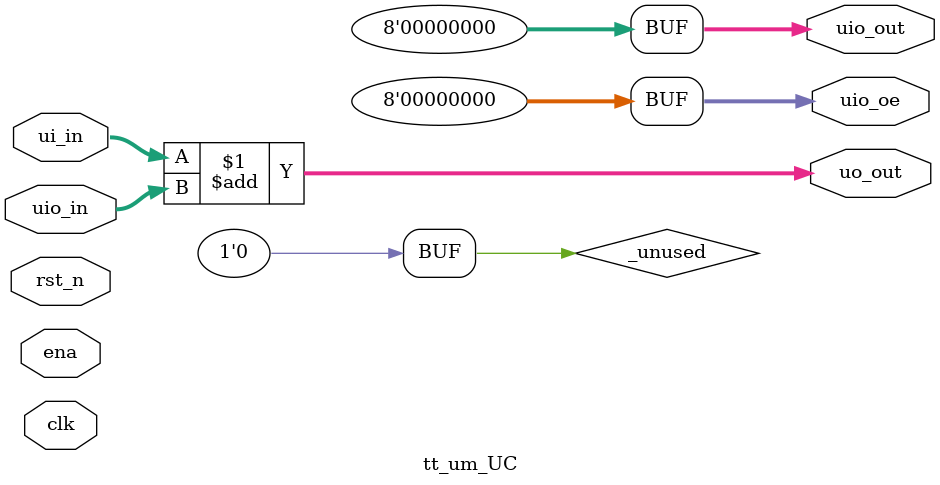
<source format=v>
/*
 * Copyright (c) 2024 Your Name
 * SPDX-License-Identifier: Apache-2.0
 */

`default_nettype none

module tt_um_UC (
    input  wire [7:0] ui_in,    // Dedicated inputs
    output wire [7:0] uo_out,   // Dedicated outputs
    input  wire [7:0] uio_in,   // IOs: Input path
    output wire [7:0] uio_out,  // IOs: Output path
    output wire [7:0] uio_oe,   // IOs: Enable path (active high: 0=input, 1=output)
    input  wire       ena,      // always 1 when the design is powered, so you can ignore it
    input  wire       clk,      // clock
    input  wire       rst_n     // reset_n - low to reset
);

  // All output pins must be assigned. If not used, assign to 0.
  assign uo_out  = ui_in + uio_in;  // Example: ou_out is the sum of ui_in and uio_in
  assign uio_out = 0;
  assign uio_oe  = 0;

  // List all unused inputs to prevent warnings
  wire _unused = &{ena, clk, rst_n, 1'b0};

endmodule

</source>
